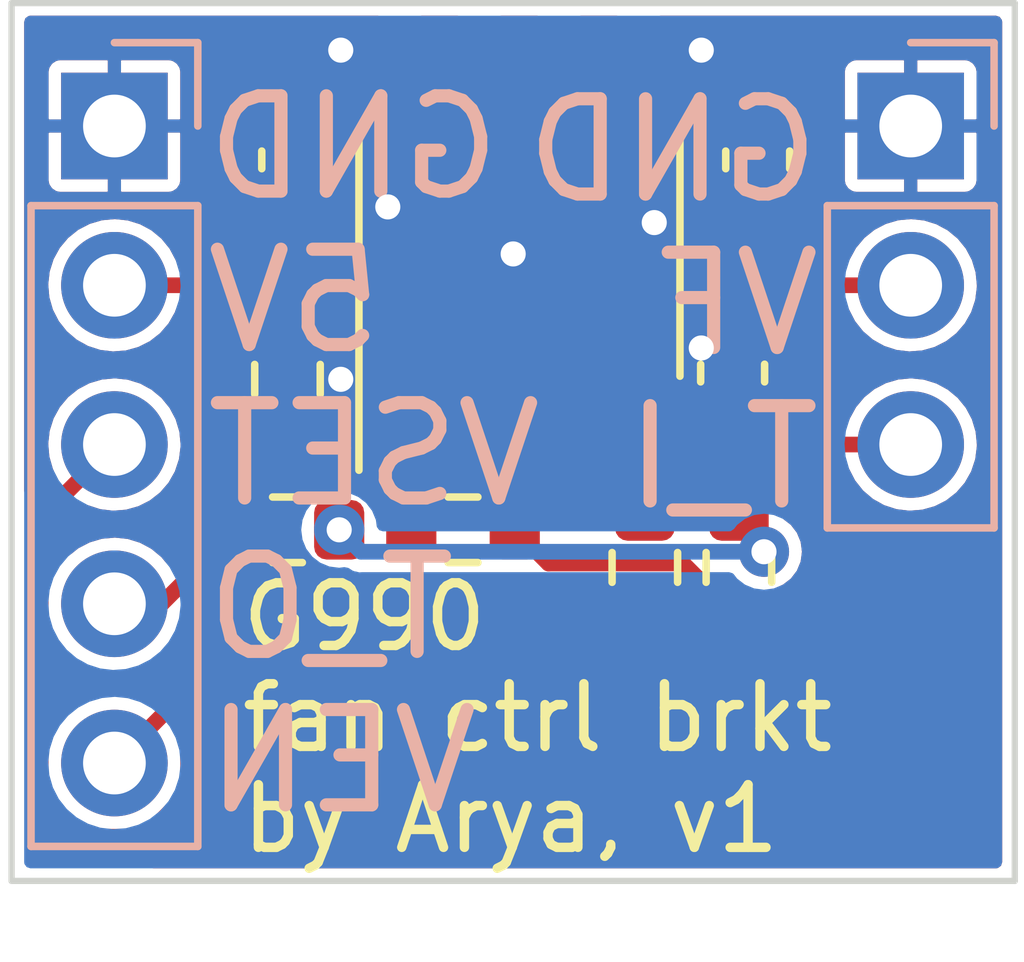
<source format=kicad_pcb>
(kicad_pcb (version 20211014) (generator pcbnew)
  (layers (0 "F.Cu" signal) (31 "B.Cu" signal) (34 "B.Paste" user) (35 "F.Paste" user) (36 "B.SilkS" user "B.Silkscreen") (37 "F.SilkS" user "F.Silkscreen") (38 "B.Mask" user) (39 "F.Mask" user) (44 "Edge.Cuts" user))
  (net 0 "")
  (net 1 "VDD")
  (net 2 "GND")
  (net 3 "VCC")
  (net 4 "VSET_I")
  (net 5 "TACH_F")
  (net 6 "VSET_H")
  (net 7 "TACH_H")
  (net 8 "VEN")
  (footprint "Package_SO:SOIC-8-1EP_3.9x4.9mm_P1.27mm_EP2.29x3mm" (layer "F.Cu") (at 174.1 63 90)
    (fp_text reference "U1" hide)
    (fp_text value "G990")
    (fp_line (start 0 -2.56) (end 1.95 -2.56) (layer "F.SilkS") (width 0.12))
    (fp_line (start 0 2.56) (end 1.95 2.56) (layer "F.SilkS") (width 0.12))
    (fp_line (start 0 -2.56) (end -3.45 -2.56) (layer "F.SilkS") (width 0.12))
    (fp_line (start 0 2.56) (end -1.95 2.56) (layer "F.SilkS") (width 0.12))
    (pad "1" smd roundrect (at -2.475 -1.905 90) (size 1.95 0.6) (layers "F.Cu" "F.Paste" "F.Mask") (net 8 "VEN"))
    (pad "2" smd roundrect (at -2.475 -0.635 90) (size 1.95 0.6) (layers "F.Cu" "F.Paste" "F.Mask") (net 3 "VCC"))
    (pad "3" smd roundrect (at -2.475 0.635 90) (size 1.95 0.6) (layers "F.Cu" "F.Paste" "F.Mask") (net 1 "VDD"))
    (pad "4" smd roundrect (at -2.475 1.905 90) (size 1.95 0.6) (layers "F.Cu" "F.Paste" "F.Mask") (net 4 "VSET_I"))
    (pad "5" smd roundrect (at 2.475 1.905 90) (size 1.95 0.6) (layers "F.Cu" "F.Paste" "F.Mask") (net 2 "GND"))
    (pad "6" smd roundrect (at 2.475 0.635 90) (size 1.95 0.6) (layers "F.Cu" "F.Paste" "F.Mask") (net 2 "GND"))
    (pad "7" smd roundrect (at 2.475 -0.635 90) (size 1.95 0.6) (layers "F.Cu" "F.Paste" "F.Mask") (net 2 "GND"))
    (pad "8" smd roundrect (at 2.475 -1.905 90) (size 1.95 0.6) (layers "F.Cu" "F.Paste" "F.Mask") (net 2 "GND"))
    (pad "9" smd rect (at 0 0 90) (size 1.6 3) (layers "F.Cu" "F.Mask") (net 2 "GND"))
  )
  (footprint "Capacitor_SMD:C_0603_1608Metric" (layer "F.Cu") (at 177.5 64.9 90)
    (fp_text reference "C3" hide)
    (fp_text value "100p")
    (fp_line (start -0.14058 0.51) (end 0.14058 0.51) (layer "F.SilkS") (width 0.12))
    (fp_line (start -0.14058 -0.51) (end 0.14058 -0.51) (layer "F.SilkS") (width 0.12))
    (pad "1" smd roundrect (at -0.775 0 90) (size 0.9 0.95) (layers "F.Cu" "F.Paste" "F.Mask") (net 4 "VSET_I"))
    (pad "2" smd roundrect (at 0.775 0 90) (size 0.9 0.95) (layers "F.Cu" "F.Paste" "F.Mask") (net 2 "GND"))
  )
  (footprint "Capacitor_SMD:C_0603_1608Metric" (layer "F.Cu") (at 177.9 61.5 90)
    (fp_text reference "C1" hide)
    (fp_text value "1uF")
    (fp_line (start -0.14058 0.51) (end 0.14058 0.51) (layer "F.SilkS") (width 0.12))
    (fp_line (start -0.14058 -0.51) (end 0.14058 -0.51) (layer "F.SilkS") (width 0.12))
    (pad "1" smd roundrect (at -0.775 0 90) (size 0.9 0.95) (layers "F.Cu" "F.Paste" "F.Mask") (net 1 "VDD"))
    (pad "2" smd roundrect (at 0.775 0 90) (size 0.9 0.95) (layers "F.Cu" "F.Paste" "F.Mask") (net 2 "GND"))
  )
  (footprint "Resistor_SMD:R_0603_1608Metric" (layer "F.Cu") (at 173.2 67.4)
    (fp_text reference "R5" hide)
    (fp_text value "10K")
    (fp_line (start -0.237258 0.5225) (end 0.237258 0.5225) (layer "F.SilkS") (width 0.12))
    (fp_line (start -0.237258 -0.5225) (end 0.237258 -0.5225) (layer "F.SilkS") (width 0.12))
    (pad "1" smd roundrect (at -0.825 0) (size 0.8 0.95) (layers "F.Cu" "F.Paste" "F.Mask") (net 8 "VEN"))
    (pad "2" smd roundrect (at 0.825 0) (size 0.8 0.95) (layers "F.Cu" "F.Paste" "F.Mask") (net 3 "VCC"))
  )
  (footprint "Resistor_SMD:R_0603_1608Metric" (layer "F.Cu") (at 170.4 65 -90)
    (fp_text reference "R3" hide)
    (fp_text value "Rt1")
    (fp_line (start -0.237258 0.5225) (end 0.237258 0.5225) (layer "F.SilkS") (width 0.12))
    (fp_line (start -0.237258 -0.5225) (end 0.237258 -0.5225) (layer "F.SilkS") (width 0.12))
    (pad "1" smd roundrect (at -0.825 0 270) (size 0.8 0.95) (layers "F.Cu" "F.Paste" "F.Mask") (net 2 "GND"))
    (pad "2" smd roundrect (at 0.825 0 270) (size 0.8 0.95) (layers "F.Cu" "F.Paste" "F.Mask") (net 7 "TACH_H"))
  )
  (footprint "Resistor_SMD:R_0603_1608Metric" (layer "F.Cu") (at 170.4 67.4 180)
    (fp_text reference "R2" hide)
    (fp_text value "Rt1")
    (fp_line (start -0.237258 -0.5225) (end 0.237258 -0.5225) (layer "F.SilkS") (width 0.12))
    (fp_line (start -0.237258 0.5225) (end 0.237258 0.5225) (layer "F.SilkS") (width 0.12))
    (pad "1" smd roundrect (at -0.825 0 180) (size 0.8 0.95) (layers "F.Cu" "F.Paste" "F.Mask") (net 5 "TACH_F"))
    (pad "2" smd roundrect (at 0.825 0 180) (size 0.8 0.95) (layers "F.Cu" "F.Paste" "F.Mask") (net 7 "TACH_H"))
  )
  (footprint "Resistor_SMD:R_0603_1608Metric" (layer "F.Cu") (at 176.1 68 90)
    (fp_text reference "R4" hide)
    (fp_text value "0R")
    (fp_line (start -0.237258 0.5225) (end 0.237258 0.5225) (layer "F.SilkS") (width 0.12))
    (fp_line (start -0.237258 -0.5225) (end 0.237258 -0.5225) (layer "F.SilkS") (width 0.12))
    (pad "1" smd roundrect (at -0.825 0 90) (size 0.8 0.95) (layers "F.Cu" "F.Paste" "F.Mask") (net 6 "VSET_H"))
    (pad "2" smd roundrect (at 0.825 0 90) (size 0.8 0.95) (layers "F.Cu" "F.Paste" "F.Mask") (net 4 "VSET_I"))
  )
  (footprint "Capacitor_SMD:C_0603_1608Metric" (layer "F.Cu") (at 170.5 61.5 90)
    (fp_text reference "C2" hide)
    (fp_text value "1uF")
    (fp_line (start -0.14058 0.51) (end 0.14058 0.51) (layer "F.SilkS") (width 0.12))
    (fp_line (start -0.14058 -0.51) (end 0.14058 -0.51) (layer "F.SilkS") (width 0.12))
    (pad "1" smd roundrect (at -0.775 0 90) (size 0.9 0.95) (layers "F.Cu" "F.Paste" "F.Mask") (net 3 "VCC"))
    (pad "2" smd roundrect (at 0.775 0 90) (size 0.9 0.95) (layers "F.Cu" "F.Paste" "F.Mask") (net 2 "GND"))
  )
  (footprint "Resistor_SMD:R_0603_1608Metric" (layer "F.Cu") (at 177.6 68 -90)
    (fp_text reference "R1" hide)
    (fp_text value "Rt1")
    (fp_line (start -0.237258 -0.5225) (end 0.237258 -0.5225) (layer "F.SilkS") (width 0.12))
    (fp_line (start -0.237258 0.5225) (end 0.237258 0.5225) (layer "F.SilkS") (width 0.12))
    (pad "1" smd roundrect (at -0.825 0 270) (size 0.8 0.95) (layers "F.Cu" "F.Paste" "F.Mask") (net 5 "TACH_F"))
    (pad "2" smd roundrect (at 0.825 0 270) (size 0.8 0.95) (layers "F.Cu" "F.Paste" "F.Mask") (net 3 "VCC"))
  )
  (footprint "Connector_PinHeader_2.54mm:PinHeader_1x03_P2.54mm_Vertical" (layer "B.Cu") (at 180.34 60.96 180)
    (fp_text reference "J1" hide)
    (fp_text value "FAN")
    (fp_line (start -1.33 -1.27) (end -1.33 -6.41) (layer "B.SilkS") (width 0.12))
    (fp_line (start -1.33 -6.41) (end 1.33 -6.41) (layer "B.SilkS") (width 0.12))
    (fp_line (start -1.33 -1.27) (end 1.33 -1.27) (layer "B.SilkS") (width 0.12))
    (fp_line (start 1.33 -1.27) (end 1.33 -6.41) (layer "B.SilkS") (width 0.12))
    (fp_line (start -1.33 0) (end -1.33 1.33) (layer "B.SilkS") (width 0.12))
    (fp_line (start -1.33 1.33) (end 0 1.33) (layer "B.SilkS") (width 0.12))
    (pad "1" thru_hole rect (at 0 0 180) (size 1.7 1.7) (drill 1) (layers *.Cu *.Mask) (net 2 "GND"))
    (pad "2" thru_hole oval (at 0 -2.54 180) (size 1.7 1.7) (drill 1) (layers *.Cu *.Mask) (net 1 "VDD"))
    (pad "3" thru_hole oval (at 0 -5.08 180) (size 1.7 1.7) (drill 1) (layers *.Cu *.Mask) (net 5 "TACH_F"))
  )
  (footprint "Connector_PinHeader_2.54mm:PinHeader_1x05_P2.54mm_Vertical" (layer "B.Cu") (at 167.64 60.96 180)
    (fp_text reference "J2" hide)
    (fp_text value "IN")
    (fp_line (start 1.33 -1.27) (end 1.33 -11.49) (layer "B.SilkS") (width 0.12))
    (fp_line (start -1.33 1.33) (end 0 1.33) (layer "B.SilkS") (width 0.12))
    (fp_line (start -1.33 0) (end -1.33 1.33) (layer "B.SilkS") (width 0.12))
    (fp_line (start -1.33 -1.27) (end 1.33 -1.27) (layer "B.SilkS") (width 0.12))
    (fp_line (start -1.33 -1.27) (end -1.33 -11.49) (layer "B.SilkS") (width 0.12))
    (fp_line (start -1.33 -11.49) (end 1.33 -11.49) (layer "B.SilkS") (width 0.12))
    (pad "1" thru_hole rect (at 0 0 180) (size 1.7 1.7) (drill 1) (layers *.Cu *.Mask) (net 2 "GND"))
    (pad "2" thru_hole oval (at 0 -2.54 180) (size 1.7 1.7) (drill 1) (layers *.Cu *.Mask) (net 3 "VCC"))
    (pad "3" thru_hole oval (at 0 -5.08 180) (size 1.7 1.7) (drill 1) (layers *.Cu *.Mask) (net 6 "VSET_H"))
    (pad "4" thru_hole oval (at 0 -7.62 180) (size 1.7 1.7) (drill 1) (layers *.Cu *.Mask) (net 7 "TACH_H"))
    (pad "5" thru_hole oval (at 0 -10.16 180) (size 1.7 1.7) (drill 1) (layers *.Cu *.Mask) (net 8 "VEN"))
  )
  (gr_line (start 182 73) (end 182 59) (layer "Edge.Cuts") (width 0.1))
  (gr_line (start 166 73) (end 182 73) (layer "Edge.Cuts") (width 0.1))
  (gr_line (start 166 59) (end 166 73) (layer "Edge.Cuts") (width 0.1))
  (gr_line (start 166 59) (end 182 59) (layer "Edge.Cuts") (width 0.1))
  (gr_text "GND\n5V\nVSET\nT_O\nVEN" (at 169 66.2) (layer "B.SilkS") (effects (font (size 1.52 1.52) (thickness 0.21)) (justify right mirror)))
  (gr_text "GND\nVF\nT_I" (at 179 63.8) (layer "B.SilkS") (effects (font (size 1.52 1.52) (thickness 0.21)) (justify left mirror)))
  (gr_text "G990\nfan ctrl brkt\nby Arya, v1" (at 169.6 70.4) (layer "F.SilkS") (effects (font (size 1 1)) (justify left)))
  (segment (start 174.735 65.098249) (end 175.658249 64.175) (width 0.25) (layer "F.Cu") (net 1))
  (segment (start 175.658249 64.175) (end 176.075 64.175) (width 0.25) (layer "F.Cu") (net 1))
  (segment (start 176.075 64.175) (end 177.9 62.35) (width 0.25) (layer "F.Cu") (net 1))
  (segment (start 179.125 63.5) (end 177.9 62.275) (width 0.25) (layer "F.Cu") (net 1))
  (segment (start 174.735 65.475) (end 174.735 65.098249) (width 0.25) (layer "F.Cu") (net 1))
  (segment (start 180.34 63.5) (end 179.125 63.5) (width 0.25) (layer "F.Cu") (net 1))
  (segment (start 177.9 62.35) (end 177.9 62.275) (width 0.25) (layer "F.Cu") (net 1))
  (via (at 172 62.25) (size 0.8) (drill 0.4) (layers "F.Cu" "B.Cu") (net 2))
  (via (at 174 63) (size 0.8) (drill 0.4) (layers "F.Cu" "B.Cu") (net 2))
  (via (at 177 59.75) (size 0.8) (drill 0.4) (layers "F.Cu" "B.Cu") (net 2))
  (via (at 171.25 65) (size 0.8) (drill 0.4) (layers "F.Cu" "B.Cu") (net 2))
  (via (at 177 64.5) (size 0.8) (drill 0.4) (layers "F.Cu" "B.Cu") (net 2))
  (via (at 171.25 59.75) (size 0.8) (drill 0.4) (layers "F.Cu" "B.Cu") (net 2))
  (via (at 176.25 62.5) (size 0.8) (drill 0.4) (layers "F.Cu" "B.Cu") (net 2))
  (segment (start 173.465 65.475) (end 173.465 65.098249) (width 0.25) (layer "F.Cu") (net 3))
  (segment (start 171.75 63.25) (end 170.775 62.275) (width 0.25) (layer "F.Cu") (net 3))
  (segment (start 170.775 62.275) (end 170.5 62.275) (width 0.25) (layer "F.Cu") (net 3))
  (segment (start 171.75 63.6) (end 171.75 63.25) (width 0.25) (layer "F.Cu") (net 3))
  (segment (start 167.64 63.5) (end 169.275 63.5) (width 0.25) (layer "F.Cu") (net 3))
  (segment (start 176.7125 67.9375) (end 174.5625 67.9375) (width 0.25) (layer "F.Cu") (net 3))
  (segment (start 174.5625 67.9375) (end 174.025 67.4) (width 0.25) (layer "F.Cu") (net 3))
  (segment (start 169.275 63.5) (end 170.5 62.275) (width 0.25) (layer "F.Cu") (net 3))
  (segment (start 173.465 65.475) (end 173.465 66.84) (width 0.25) (layer "F.Cu") (net 3))
  (segment (start 173.465 66.84) (end 174.025 67.4) (width 0.25) (layer "F.Cu") (net 3))
  (segment (start 177.6 68.825) (end 176.7125 67.9375) (width 0.25) (layer "F.Cu") (net 3))
  (segment (start 173.465 65.098249) (end 172.541751 64.175) (width 0.25) (layer "F.Cu") (net 3))
  (segment (start 172.541751 64.175) (end 172.325 64.175) (width 0.25) (layer "F.Cu") (net 3))
  (segment (start 172.325 64.175) (end 171.75 63.6) (width 0.25) (layer "F.Cu") (net 3))
  (segment (start 176.1 67.175) (end 176.1 65.57) (width 0.25) (layer "F.Cu") (net 4))
  (segment (start 176.205 65.675) (end 176.005 65.475) (width 0.25) (layer "F.Cu") (net 4))
  (segment (start 177.5 65.675) (end 176.205 65.675) (width 0.25) (layer "F.Cu") (net 4))
  (segment (start 176.1 65.57) (end 176.005 65.475) (width 0.25) (layer "F.Cu") (net 4))
  (segment (start 180.34 66.04) (end 178.735 66.04) (width 0.25) (layer "F.Cu") (net 5))
  (segment (start 177.6 67.35) (end 178 67.75) (width 0.25) (layer "F.Cu") (net 5))
  (segment (start 177.6 67.175) (end 177.6 67.35) (width 0.25) (layer "F.Cu") (net 5))
  (segment (start 178.735 66.04) (end 177.6 67.175) (width 0.25) (layer "F.Cu") (net 5))
  (via (at 178 67.75) (size 0.8) (drill 0.4) (layers "F.Cu" "B.Cu") (net 5))
  (via (at 171.225 67.4) (size 0.8) (drill 0.4) (layers "F.Cu" "B.Cu") (net 5))
  (segment (start 171.575 67.75) (end 171.225 67.4) (width 0.25) (layer "B.Cu") (net 5))
  (segment (start 178 67.75) (end 171.575 67.75) (width 0.25) (layer "B.Cu") (net 5))
  (segment (start 174.238604 68.25) (end 174.438604 68.45) (width 0.25) (layer "F.Cu") (net 6))
  (segment (start 166.465 67.215) (end 166.465 71.84) (width 0.25) (layer "F.Cu") (net 6))
  (segment (start 175.725 68.45) (end 176.1 68.825) (width 0.25) (layer "F.Cu") (net 6))
  (segment (start 169.736396 68.65) (end 170.178858 68.65) (width 0.25) (layer "F.Cu") (net 6))
  (segment (start 169.5 68.886396) (end 169.736396 68.65) (width 0.25) (layer "F.Cu") (net 6))
  (segment (start 169.5 70) (end 169.5 68.886396) (width 0.25) (layer "F.Cu") (net 6))
  (segment (start 170.178858 68.65) (end 170.578858 68.25) (width 0.25) (layer "F.Cu") (net 6))
  (segment (start 170.578858 68.25) (end 174.238604 68.25) (width 0.25) (layer "F.Cu") (net 6))
  (segment (start 168.815 70.685) (end 169.5 70) (width 0.25) (layer "F.Cu") (net 6))
  (segment (start 166.92 72.295) (end 168.126701 72.295) (width 0.25) (layer "F.Cu") (net 6))
  (segment (start 174.438604 68.45) (end 175.725 68.45) (width 0.25) (layer "F.Cu") (net 6))
  (segment (start 167.64 66.04) (end 166.465 67.215) (width 0.25) (layer "F.Cu") (net 6))
  (segment (start 166.465 71.84) (end 166.92 72.295) (width 0.25) (layer "F.Cu") (net 6))
  (segment (start 168.126701 72.295) (end 168.815 71.606701) (width 0.25) (layer "F.Cu") (net 6))
  (segment (start 168.815 71.606701) (end 168.815 70.685) (width 0.25) (layer "F.Cu") (net 6))
  (segment (start 169.575 66.95) (end 170.4 66.125) (width 0.25) (layer "F.Cu") (net 7))
  (segment (start 168.395 68.58) (end 169.575 67.4) (width 0.25) (layer "F.Cu") (net 7))
  (segment (start 167.64 68.58) (end 168.395 68.58) (width 0.25) (layer "F.Cu") (net 7))
  (segment (start 169.575 67.4) (end 169.575 66.95) (width 0.25) (layer "F.Cu") (net 7))
  (segment (start 169.992462 68.2) (end 169.55 68.2) (width 0.25) (layer "F.Cu") (net 8))
  (segment (start 169 69.76) (end 167.64 71.12) (width 0.25) (layer "F.Cu") (net 8))
  (segment (start 169 68.75) (end 169 69.76) (width 0.25) (layer "F.Cu") (net 8))
  (segment (start 170.3 67.107538) (end 170.3 67.892462) (width 0.25) (layer "F.Cu") (net 8))
  (segment (start 172.195 65.475) (end 172.195 67.22) (width 0.25) (layer "F.Cu") (net 8))
  (segment (start 171.75 66.5) (end 170.907538 66.5) (width 0.25) (layer "F.Cu") (net 8))
  (segment (start 170.907538 66.5) (end 170.3 67.107538) (width 0.25) (layer "F.Cu") (net 8))
  (segment (start 169.55 68.2) (end 169 68.75) (width 0.25) (layer "F.Cu") (net 8))
  (segment (start 172.195 65.475) (end 172.195 66.055) (width 0.25) (layer "F.Cu") (net 8))
  (segment (start 172.195 67.22) (end 172.375 67.4) (width 0.25) (layer "F.Cu") (net 8))
  (segment (start 172.195 66.055) (end 171.75 66.5) (width 0.25) (layer "F.Cu") (net 8))
  (segment (start 170.3 67.892462) (end 169.992462 68.2) (width 0.25) (layer "F.Cu") (net 8))
  (zone (net 2) (net_name "GND") (layers F&B.Cu) (connect_pads (clearance 0.2)) (min_thickness 0.2) (fill yes (thermal_gap 0.2) (thermal_bridge_width 0.21))
    (polygon (pts (xy 182 73) (xy 166 73) (xy 166 59) (xy 182 59)))
  )
)
</source>
